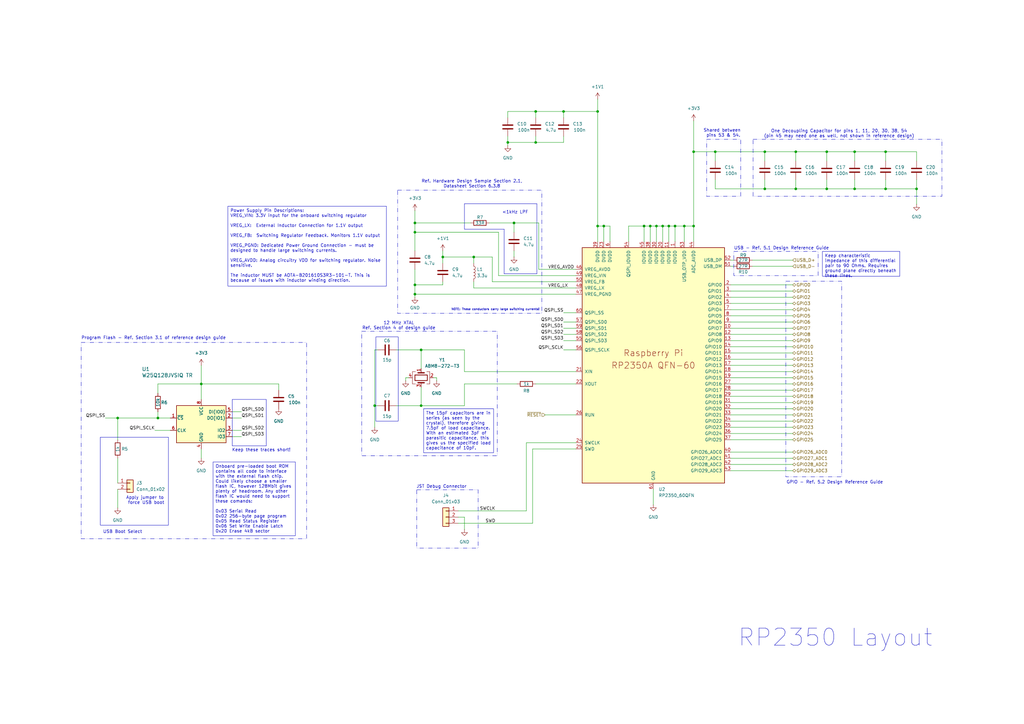
<source format=kicad_sch>
(kicad_sch (version 20250114) (generator "eeschema") (generator_version "9.0")
  (paper "A3")
  (title_block (title "LoRa Water Quality Management System Sensor Node"))
  (lib_symbols
    (symbol "Connector_Generic:Conn_01x02" (pin_names (offset 1.016) (hide yes))
      (property "Reference" "J" (at 0 2.54 0))
      (property "Value" "Conn_01x02" (at 0 -5.08 0))
      (symbol "Conn_01x02_1_1"
        (rectangle (start -1.27 1.27) (end 1.27 -3.81) (stroke (width 0.254)) (fill (type background)))
        (rectangle (start -1.27 0.127) (end 0 -0.127) (stroke (width 0.1524)))
        (rectangle (start -1.27 -2.413) (end 0 -2.667) (stroke (width 0.1524)))
        (pin passive line (at -5.08 0 0) (length 3.81) (name "Pin_1") (number "1"))
        (pin passive line (at -5.08 -2.54 0) (length 3.81) (name "Pin_2") (number "2"))
      )
    )
    (symbol "Connector_Generic:Conn_01x03" (pin_names (offset 1.016) (hide yes))
      (property "Reference" "J" (at 0 5.08 0))
      (property "Value" "Conn_01x03" (at 0 -5.08 0))
      (symbol "Conn_01x03_1_1"
        (rectangle (start -1.27 3.81) (end 1.27 -3.81) (stroke (width 0.254)) (fill (type background)))
        (rectangle (start -1.27 2.667) (end 0 2.413) (stroke (width 0.1524)))
        (rectangle (start -1.27 0.127) (end 0 -0.127) (stroke (width 0.1524)))
        (rectangle (start -1.27 -2.413) (end 0 -2.667) (stroke (width 0.1524)))
        (pin passive line (at -5.08 2.54 0) (length 3.81) (name "Pin_1") (number "1"))
        (pin passive line (at -5.08 0 0) (length 3.81) (name "Pin_2") (number "2"))
        (pin passive line (at -5.08 -2.54 0) (length 3.81) (name "Pin_3") (number "3"))
      )
    )
    (symbol "Device:C" (pin_numbers (hide yes)) (pin_names (offset 0.254))
      (property "Reference" "C" (at 0.635 2.54 0))
      (property "Value" "C" (at 0.635 -2.54 0))
      (symbol "C_0_1"
        (polyline (pts (xy -2.032 0.762) (xy 2.032 0.762)) (stroke (width 0.508)))
        (polyline (pts (xy -2.032 -0.762) (xy 2.032 -0.762)) (stroke (width 0.508)))
      )
      (symbol "C_1_1"
        (pin passive line (at 0 3.81 270) (length 2.794) (name "~") (number "1"))
        (pin passive line (at 0 -3.81 90) (length 2.794) (name "~") (number "2"))
      )
    )
    (symbol "Device:Crystal_GND24" (pin_names (offset 1.016) (hide yes))
      (property "Reference" "Y" (at 3.175 5.08 0))
      (property "Value" "Crystal_GND24" (at 3.175 3.175 0))
      (symbol "Crystal_GND24_0_1"
        (polyline (pts (xy -2.54 2.286) (xy -2.54 3.556) (xy 2.54 3.556) (xy 2.54 2.286)))
        (polyline (pts (xy -2.54 0) (xy -2.032 0)))
        (polyline (pts (xy -2.54 -2.286) (xy -2.54 -3.556) (xy 2.54 -3.556) (xy 2.54 -2.286)))
        (polyline (pts (xy -2.032 -1.27) (xy -2.032 1.27)) (stroke (width 0.508)))
        (rectangle (start -1.143 2.54) (end 1.143 -2.54) (stroke (width 0.3048)))
        (polyline (pts (xy 0 3.556) (xy 0 3.81)))
        (polyline (pts (xy 0 -3.81) (xy 0 -3.556)))
        (polyline (pts (xy 2.032 0) (xy 2.54 0)))
        (polyline (pts (xy 2.032 -1.27) (xy 2.032 1.27)) (stroke (width 0.508)))
      )
      (symbol "Crystal_GND24_1_1"
        (pin passive line (at -3.81 0 0) (length 1.27) (name "1") (number "1"))
        (pin passive line (at 0 5.08 270) (length 1.27) (name "2") (number "2"))
        (pin passive line (at 0 -5.08 90) (length 1.27) (name "4") (number "4"))
        (pin passive line (at 3.81 0 180) (length 1.27) (name "3") (number "3"))
      )
    )
    (symbol "Device:L" (pin_numbers (hide yes)) (pin_names (offset 1.016) (hide yes))
      (property "Reference" "L" (at -1.27 0 90))
      (property "Value" "L" (at 1.905 0 90))
      (symbol "L_0_1"
        (arc (start 0 2.54) (mid 0.6323 1.905) (end 0 1.27))
        (arc (start 0 1.27) (mid 0.6323 0.635) (end 0 0))
        (arc (start 0 0) (mid 0.6323 -0.635) (end 0 -1.27))
        (arc (start 0 -1.27) (mid 0.6323 -1.905) (end 0 -2.54))
      )
      (symbol "L_1_1"
        (pin passive line (at 0 3.81 270) (length 1.27) (name "1") (number "1"))
        (pin passive line (at 0 -3.81 90) (length 1.27) (name "2") (number "2"))
      )
    )
    (symbol "Device:R" (pin_numbers (hide yes)) (pin_names (offset 0))
      (property "Reference" "R" (at 2.032 0 90))
      (property "Value" "R" (at 0 0 90))
      (symbol "R_0_1"
        (rectangle (start -1.016 -2.54) (end 1.016 2.54) (stroke (width 0.254)))
      )
      (symbol "R_1_1"
        (pin passive line (at 0 3.81 270) (length 1.27) (name "~") (number "1"))
        (pin passive line (at 0 -3.81 90) (length 1.27) (name "~") (number "2"))
      )
    )
    (symbol "LoRaWaterQualityManagementSystem:RP2350_60QFN" (pin_names (offset 1.016))
      (property "Reference" "U" (at -29.21 49.53 0))
      (property "Value" "RP2350_60QFN" (at 24.13 -49.53 0))
      (symbol "RP2350_60QFN_0_0"
        (text "Raspberry Pi" (at 0 5.08 0) (effects (font (size 2.54 2.54))))
      )
      (symbol "RP2350_60QFN_0_1"
        (rectangle (start 29.21 48.26) (end -29.21 -48.26) (stroke (width 0.254)) (fill (type background)))
      )
      (symbol "RP2350_60QFN_1_0"
        (text "RP2350A QFN-60" (at 0 0 0) (effects (font (size 2.54 2.54))))
      )
      (symbol "RP2350_60QFN_1_1"
        (pin power_in line (at -31.75 39.37 0) (length 2.54) (name "VREG_AVDD") (number "46"))
        (pin power_in line (at -31.75 36.83 0) (length 2.54) (name "VREG_VIN") (number "49"))
        (pin input line (at -31.75 34.29 0) (length 2.54) (name "VREG_FB") (number "50"))
        (pin power_out line (at -31.75 31.75 0) (length 2.54) (name "VREG_LX") (number "48"))
        (pin power_in line (at -31.75 29.21 0) (length 2.54) (name "VREG_PGND") (number "47"))
        (pin bidirectional line (at -31.75 21.59 0) (length 2.54) (name "QSPI_SS") (number "60"))
        (pin bidirectional line (at -31.75 17.78 0) (length 2.54) (name "QSPI_SD0") (number "57"))
        (pin bidirectional line (at -31.75 15.24 0) (length 2.54) (name "QSPI_SD1") (number "59"))
        (pin bidirectional line (at -31.75 12.7 0) (length 2.54) (name "QSPI_SD2") (number "58"))
        (pin bidirectional line (at -31.75 10.16 0) (length 2.54) (name "QSPI_SD3") (number "55"))
        (pin output line (at -31.75 6.35 0) (length 2.54) (name "QSPI_SCLK") (number "56"))
        (pin input line (at -31.75 -2.54 0) (length 2.54) (name "XIN") (number "21"))
        (pin passive line (at -31.75 -7.62 0) (length 2.54) (name "XOUT") (number "22"))
        (pin input line (at -31.75 -20.32 0) (length 2.54) (name "RUN") (number "26"))
        (pin output line (at -31.75 -31.75 0) (length 2.54) (name "SWCLK") (number "24"))
        (pin bidirectional line (at -31.75 -34.29 0) (length 2.54) (name "SWD") (number "25"))
        (pin power_in line (at -22.86 50.8 270) (length 2.54) (name "DVDD") (number "39"))
        (pin power_in line (at -20.32 50.8 270) (length 2.54) (name "DVDD") (number "23"))
        (pin power_in line (at -17.78 50.8 270) (length 2.54) (name "DVDD") (number "6"))
        (pin power_in line (at -10.16 50.8 270) (length 2.54) (name "QSPI_IOVDD") (number "54"))
        (pin power_in line (at -3.81 50.8 270) (length 2.54) (name "IOVDD") (number "45"))
        (pin power_in line (at -1.27 50.8 270) (length 2.54) (name "IOVDD") (number "38"))
        (pin power_in line (at 0 -50.8 90) (length 2.54) (name "GND") (number "61"))
        (pin power_in line (at 1.27 50.8 270) (length 2.54) (name "IOVDD") (number "30"))
        (pin power_in line (at 3.81 50.8 270) (length 2.54) (name "IOVDD") (number "20"))
        (pin power_in line (at 6.35 50.8 270) (length 2.54) (name "IOVDD") (number "11"))
        (pin power_in line (at 8.89 50.8 270) (length 2.54) (name "IOVDD") (number "1"))
        (pin power_in line (at 12.7 50.8 270) (length 2.54) (name "USB_OTP_VDD") (number "53"))
        (pin power_in line (at 16.51 50.8 270) (length 2.54) (name "ADC_AVDD") (number "44"))
        (pin bidirectional line (at 31.75 43.18 180) (length 2.54) (name "USB_DP") (number "52"))
        (pin bidirectional line (at 31.75 40.64 180) (length 2.54) (name "USB_DM") (number "51"))
        (pin bidirectional line (at 31.75 33.02 180) (length 2.54) (name "GPIO0") (number "2"))
        (pin bidirectional line (at 31.75 30.48 180) (length 2.54) (name "GPIO1") (number "3"))
        (pin bidirectional line (at 31.75 27.94 180) (length 2.54) (name "GPIO2") (number "4"))
        (pin bidirectional line (at 31.75 25.4 180) (length 2.54) (name "GPIO3") (number "5"))
        (pin bidirectional line (at 31.75 22.86 180) (length 2.54) (name "GPIO4") (number "7"))
        (pin bidirectional line (at 31.75 20.32 180) (length 2.54) (name "GPIO5") (number "8"))
        (pin bidirectional line (at 31.75 17.78 180) (length 2.54) (name "GPIO6") (number "9"))
        (pin bidirectional line (at 31.75 15.24 180) (length 2.54) (name "GPIO7") (number "10"))
        (pin bidirectional line (at 31.75 12.7 180) (length 2.54) (name "GPIO8") (number "12"))
        (pin bidirectional line (at 31.75 10.16 180) (length 2.54) (name "GPIO9") (number "13"))
        (pin bidirectional line (at 31.75 7.62 180) (length 2.54) (name "GPIO10") (number "14"))
        (pin bidirectional line (at 31.75 5.08 180) (length 2.54) (name "GPIO11") (number "15"))
        (pin bidirectional line (at 31.75 2.54 180) (length 2.54) (name "GPIO12") (number "16"))
        (pin bidirectional line (at 31.75 0 180) (length 2.54) (name "GPIO13") (number "17"))
        (pin bidirectional line (at 31.75 -2.54 180) (length 2.54) (name "GPIO14") (number "18"))
        (pin bidirectional line (at 31.75 -5.08 180) (length 2.54) (name "GPIO15") (number "19"))
        (pin bidirectional line (at 31.75 -7.62 180) (length 2.54) (name "GPIO16") (number "27"))
        (pin bidirectional line (at 31.75 -10.16 180) (length 2.54) (name "GPIO17") (number "28"))
        (pin bidirectional line (at 31.75 -12.7 180) (length 2.54) (name "GPIO18") (number "29"))
        (pin bidirectional line (at 31.75 -15.24 180) (length 2.54) (name "GPIO19") (number "31"))
        (pin bidirectional line (at 31.75 -17.78 180) (length 2.54) (name "GPIO20") (number "32"))
        (pin bidirectional line (at 31.75 -20.32 180) (length 2.54) (name "GPIO21") (number "33"))
        (pin bidirectional line (at 31.75 -22.86 180) (length 2.54) (name "GPIO22") (number "34"))
        (pin bidirectional line (at 31.75 -25.4 180) (length 2.54) (name "GPIO23") (number "35"))
        (pin bidirectional line (at 31.75 -27.94 180) (length 2.54) (name "GPIO24") (number "36"))
        (pin bidirectional line (at 31.75 -30.48 180) (length 2.54) (name "GPIO25") (number "37"))
        (pin bidirectional line (at 31.75 -35.56 180) (length 2.54) (name "GPIO26_ADC0") (number "40"))
        (pin bidirectional line (at 31.75 -38.1 180) (length 2.54) (name "GPIO27_ADC1") (number "41"))
        (pin bidirectional line (at 31.75 -40.64 180) (length 2.54) (name "GPIO28_ADC2") (number "42"))
        (pin bidirectional line (at 31.75 -43.18 180) (length 2.54) (name "GPIO29_ADC3") (number "43"))
      )
    )
    (symbol "LoRaWaterQualityManagementSystem:W25Q128JVSIQ_TR" (pin_names (offset 0.254))
      (property "Reference" "U" (at 37.592 3.302 0))
      (property "Value" "W25Q128JVSIQ TR" (at 37.592 0.762 0))
      (symbol "W25Q128JVSIQ_TR_0_1"
        (rectangle (start 15.24 -1.27) (end 35.56 -16.51) (stroke (width 0.254)) (fill (type background)))
      )
      (symbol "W25Q128JVSIQ_TR_1_1"
        (pin input line (at 12.7 -6.35 0) (length 2.54) (name "~{CS}") (number "1"))
        (pin input line (at 12.7 -11.43 0) (length 2.54) (name "CLK") (number "6"))
        (pin power_in line (at 25.4 1.27 270) (length 2.54) (name "VCC") (number "8"))
        (pin power_in line (at 25.4 -19.05 90) (length 2.54) (name "GND") (number "4"))
        (pin bidirectional line (at 38.1 -3.81 180) (length 2.54) (name "DI(IO0)") (number "5"))
        (pin bidirectional line (at 38.1 -6.35 180) (length 2.54) (name "DO(IO1)") (number "2"))
        (pin bidirectional line (at 38.1 -11.43 180) (length 2.54) (name "IO2") (number "3"))
        (pin bidirectional line (at 38.1 -13.97 180) (length 2.54) (name "IO3") (number "7"))
      )
    )
    (symbol "power:+1V1" (power) (pin_numbers (hide yes)) (pin_names (offset 0) (hide yes))
      (property "Value" "+1V1" (at 0 3.556 0))
      (symbol "+1V1_0_1"
        (polyline (pts (xy -0.762 1.27) (xy 0 2.54)))
        (polyline (pts (xy 0 2.54) (xy 0.762 1.27)))
        (polyline (pts (xy 0 0) (xy 0 2.54)))
      )
      (symbol "+1V1_1_1"
        (pin power_in line (at 0 0 90) (length 0) (name "~") (number "1"))
      )
    )
    (symbol "power:+3V3" (power) (pin_numbers (hide yes)) (pin_names (offset 0) (hide yes))
      (property "Value" "+3V3" (at 0 3.556 0))
      (symbol "+3V3_0_1"
        (polyline (pts (xy -0.762 1.27) (xy 0 2.54)))
        (polyline (pts (xy 0 2.54) (xy 0.762 1.27)))
        (polyline (pts (xy 0 0) (xy 0 2.54)))
      )
      (symbol "+3V3_1_1"
        (pin power_in line (at 0 0 90) (length 0) (name "~") (number "1"))
      )
    )
    (symbol "power:GND" (power) (pin_numbers (hide yes)) (pin_names (offset 0) (hide yes))
      (property "Value" "GND" (at 0 -3.81 0))
      (symbol "GND_0_1"
        (polyline (pts (xy 0 0) (xy 0 -1.27) (xy 1.27 -1.27) (xy 0 -2.54) (xy -1.27 -1.27) (xy 0 -1.27)))
      )
      (symbol "GND_1_1"
        (pin power_in line (at 0 0 270) (length 0) (name "~") (number "1"))
      )
    )
  )
  (rectangle (start 170.942 200.914) (end 196.088 224.79) (stroke (width 0) (type dash_dot_dot)))
  (rectangle (start 322.326 115.316) (end 345.186 195.58) (stroke (width 0) (type dash_dot_dot)))
  (rectangle (start 308.864 57.15) (end 386.334 80.518) (stroke (width 0) (type dash_dot_dot)))
  (rectangle (start 163.068 77.978) (end 222.25 128.524) (stroke (width 0) (type dash_dot_dot)))
  (rectangle (start 289.814 57.15) (end 303.784 80.518) (stroke (width 0) (type dash_dot_dot)))
  (rectangle (start 95.25 163.83) (end 109.22 182.88))
  (rectangle (start 148.336 135.89) (end 203.962 186.944) (stroke (width 0) (type dash_dot_dot)))
  (rectangle (start 33.274 140.462) (end 125.73 220.98) (stroke (width 0) (type dash_dot_dot)))
  (rectangle (start 41.148 179.324) (end 69.088 215.392))
  (rectangle (start 154.178 138.176) (end 163.322 172.72))
  (rectangle (start 300.99 103.124) (end 335.534 113.03) (stroke (width 0) (type dash_dot_dot)))
  (text "JST Debug Connector" (at 181.102 199.644 0) (effects (font (size 1.27 1.27))))
  (text "USB - Ref. 5.1 Design Reference Guide" (at 320.548 101.854 0) (effects (font (size 1.27 1.27))))
  (text "NOTE: These conductors carry large switching currents!" (at 203.2 127 0) (effects (font (size 0.85 0.85))))
  (text "Apply jumper to \nforce USB boot" (at 59.944 205.232 0) (effects (font (size 1.27 1.27))))
  (text "Ref. Hardware Design Sample Section 2.1,\nDatasheet Section 6.3.8" (at 193.548 75.438 0) (effects (font (size 1.27 1.27))))
  (text "RP2350 Layout" (at 342.646 261.62 0) (effects (font (size 7 7))))
  (text "Shared between \npins 53 & 54." (at 296.672 54.61 0) (effects (font (size 1.27 1.27))))
  (text "Keep these traces short!" (at 107.188 184.658 0) (effects (font (size 1.27 1.27))))
  (text "Program Flash - Ref. Section 3.1 of reference design guide" (at 62.992 138.684 0) (effects (font (size 1.27 1.27))))
  (text "<1kHz LPF" (at 211.328 87.122 0) (effects (font (size 1.27 1.27))))
  (text "12 MHz XTAL\nRef. Section 4 of design guide" (at 163.576 133.604 0) (effects (font (size 1.27 1.27))))
  (text "GPIO - Ref. 5.2 Design Reference Guide" (at 342.392 197.866 0) (effects (font (size 1.27 1.27))))
  (text "One Decoupling Capacitor for pins 1, 11, 20, 30, 38, 54\n(pin 45 may need one as well, not shown in reference design)" (at 344.17 54.864 0) (effects (font (size 1.27 1.27))))
  (text "USB Boot Select" (at 50.292 218.186 0) (effects (font (size 1.27 1.27))))
  (text_box "The 15pF capacitors are in series (as seen by the crystal), therefore giving 7.5pF of load capacitance. With an estimated 3pF of parasitic capacitance, this gives us the specified load capacitance of 10pF." (at 173.736 167.64 0) (size 28.702 18.034) (margins 0.9525 0.9525 0.9525 0.9525) (effects (font (size 1.27 1.27)) (justify left top)))
  (text_box "Onboard pre-loaded boot ROM contains all code to interface with the external flash chip. Could likely choose a smaller flash IC, however 128Mbit gives plenty of headroom. Any other flash IC would need to support these comands:\n\n0x03 Serial Read\n0x02 256-byte page program\n0x05 Read Status Register\n0x06 Set Write Enable Latch\n0x20 Erase 4kB sector" (at 87.376 189.484 0) (size 33.782 30.226) (margins 0.9525 0.9525 0.9525 0.9525) (effects (font (size 1.27 1.27)) (justify left top)))
  (text_box "Keep characteristic impedance of this differential pair to 90 Ohms. Requires ground plane directly beneath these lines." (at 337.312 103.124 0) (size 31.75 10.16) (margins 0.9525 0.9525 0.9525 0.9525) (effects (font (size 1.27 1.27)) (justify left top)))
  (text_box "Power Supply Pin Descriptions:\nVREG_VIN: 3.3V input for the onboard switching regulator\n\nVREG_LX:  External Inductor Connection for 1.1V output\n\nVREG_FB:  Switching Regulator Feedback. Monitors 1.1V output\n\nVREG_PGND: Dedicated Power Ground Connection - must be designed to handle large switching currents.\n\nVREG_AVDD: Analog circuitry VDD for switching regulator. Noise sensitive.\n\nThe inductor MUST be AOTA-B201610S3R3-101-T. This is because of issues with inductor winding direction." (at 93.472 84.582 0) (size 65.024 32.766) (margins 0.9525 0.9525 0.9525 0.9525) (effects (font (size 1.27 1.27)) (justify left top)))
  (junction (at 274.32 92.71))
  (junction (at 153.67 166.37))
  (junction (at 271.78 92.71))
  (junction (at 266.7 92.71))
  (junction (at 245.11 45.72))
  (junction (at 339.09 77.47))
  (junction (at 170.18 95.25))
  (junction (at 170.18 116.84))
  (junction (at 172.72 143.51))
  (junction (at 363.22 77.47))
  (junction (at 293.37 62.23))
  (junction (at 280.67 92.71))
  (junction (at 172.72 166.37))
  (junction (at 170.18 91.44))
  (junction (at 284.48 62.23))
  (junction (at 269.24 92.71))
  (junction (at 245.11 92.71))
  (junction (at 284.48 92.71))
  (junction (at 64.77 171.45))
  (junction (at 181.61 105.41))
  (junction (at 363.22 62.23))
  (junction (at 247.65 92.71))
  (junction (at 219.71 58.42))
  (junction (at 313.69 77.47))
  (junction (at 208.28 58.42))
  (junction (at 231.14 45.72))
  (junction (at 276.86 92.71))
  (junction (at 264.16 92.71))
  (junction (at 339.09 62.23))
  (junction (at 350.52 62.23))
  (junction (at 210.82 91.44))
  (junction (at 326.39 77.47))
  (junction (at 82.55 157.48))
  (junction (at 326.39 62.23))
  (junction (at 48.26 171.45))
  (junction (at 313.69 62.23))
  (junction (at 219.71 45.72))
  (junction (at 194.31 105.41))
  (junction (at 170.18 120.65))
  (junction (at 350.52 77.47))
  (junction (at 375.92 77.47))
  (wire (pts (xy 284.48 62.23) (xy 293.37 62.23)))
  (wire (pts (xy 325.12 175.26) (xy 299.72 175.26)))
  (wire (pts (xy 194.31 115.57) (xy 194.31 118.11)))
  (wire (pts (xy 313.69 73.66) (xy 313.69 77.47)))
  (wire (pts (xy 201.93 105.41) (xy 201.93 115.57)))
  (wire (pts (xy 99.06 171.45) (xy 95.25 171.45)))
  (wire (pts (xy 276.86 92.71) (xy 280.67 92.71)))
  (wire (pts (xy 154.94 143.51) (xy 153.67 143.51)))
  (wire (pts (xy 231.14 45.72) (xy 245.11 45.72)))
  (wire (pts (xy 363.22 66.04) (xy 363.22 62.23)))
  (wire (pts (xy 274.32 92.71) (xy 274.32 99.06)))
  (wire (pts (xy 208.28 48.26) (xy 208.28 45.72)))
  (wire (pts (xy 271.78 92.71) (xy 271.78 99.06)))
  (wire (pts (xy 325.12 187.96) (xy 299.72 187.96)))
  (wire (pts (xy 190.5 152.4) (xy 190.5 143.51)))
  (wire (pts (xy 247.65 92.71) (xy 245.11 92.71)))
  (wire (pts (xy 339.09 66.04) (xy 339.09 62.23)))
  (wire (pts (xy 313.69 66.04) (xy 313.69 62.23)))
  (wire (pts (xy 313.69 77.47) (xy 326.39 77.47)))
  (wire (pts (xy 204.47 95.25) (xy 170.18 95.25)))
  (wire (pts (xy 219.71 55.88) (xy 219.71 58.42)))
  (wire (pts (xy 170.18 91.44) (xy 193.04 91.44)))
  (wire (pts (xy 170.18 120.65) (xy 170.18 121.92)))
  (wire (pts (xy 181.61 107.95) (xy 181.61 105.41)))
  (wire (pts (xy 194.31 118.11) (xy 236.22 118.11)))
  (polyline (pts (xy 190.5 83.566) (xy 220.218 83.566)))
  (wire (pts (xy 350.52 66.04) (xy 350.52 62.23)))
  (wire (pts (xy 215.9 181.61) (xy 236.22 181.61)))
  (polyline (pts (xy 206.756 112.268) (xy 206.756 93.98)))
  (wire (pts (xy 326.39 77.47) (xy 339.09 77.47)))
  (wire (pts (xy 284.48 62.23) (xy 284.48 92.71)))
  (wire (pts (xy 293.37 66.04) (xy 293.37 62.23)))
  (wire (pts (xy 350.52 62.23) (xy 363.22 62.23)))
  (wire (pts (xy 231.14 143.51) (xy 236.22 143.51)))
  (wire (pts (xy 219.71 45.72) (xy 219.71 48.26)))
  (wire (pts (xy 326.39 73.66) (xy 326.39 77.47)))
  (wire (pts (xy 269.24 92.71) (xy 271.78 92.71)))
  (wire (pts (xy 247.65 92.71) (xy 247.65 99.06)))
  (wire (pts (xy 280.67 92.71) (xy 284.48 92.71)))
  (wire (pts (xy 245.11 92.71) (xy 245.11 99.06)))
  (polyline (pts (xy 220.218 83.566) (xy 220.218 112.268)))
  (wire (pts (xy 190.5 157.48) (xy 212.09 157.48)))
  (wire (pts (xy 220.98 91.44) (xy 210.82 91.44)))
  (wire (pts (xy 350.52 73.66) (xy 350.52 77.47)))
  (wire (pts (xy 375.92 83.82) (xy 375.92 77.47)))
  (wire (pts (xy 64.77 168.91) (xy 64.77 171.45)))
  (wire (pts (xy 363.22 73.66) (xy 363.22 77.47)))
  (wire (pts (xy 181.61 105.41) (xy 194.31 105.41)))
  (wire (pts (xy 210.82 102.87) (xy 210.82 105.41)))
  (wire (pts (xy 293.37 62.23) (xy 313.69 62.23)))
  (wire (pts (xy 325.12 157.48) (xy 299.72 157.48)))
  (wire (pts (xy 325.12 127) (xy 299.72 127)))
  (wire (pts (xy 204.47 113.03) (xy 236.22 113.03)))
  (wire (pts (xy 325.12 170.18) (xy 299.72 170.18)))
  (wire (pts (xy 231.14 128.27) (xy 236.22 128.27)))
  (wire (pts (xy 204.47 113.03) (xy 204.47 95.25)))
  (wire (pts (xy 200.66 91.44) (xy 210.82 91.44)))
  (wire (pts (xy 114.3 157.48) (xy 82.55 157.48)))
  (wire (pts (xy 64.77 157.48) (xy 82.55 157.48)))
  (wire (pts (xy 170.18 116.84) (xy 170.18 120.65)))
  (wire (pts (xy 325.12 124.46) (xy 299.72 124.46)))
  (wire (pts (xy 325.12 160.02) (xy 299.72 160.02)))
  (wire (pts (xy 325.12 137.16) (xy 299.72 137.16)))
  (wire (pts (xy 114.3 160.02) (xy 114.3 157.48)))
  (wire (pts (xy 153.67 166.37) (xy 153.67 175.26)))
  (wire (pts (xy 64.77 171.45) (xy 48.26 171.45)))
  (wire (pts (xy 208.28 45.72) (xy 219.71 45.72)))
  (wire (pts (xy 153.67 166.37) (xy 154.94 166.37)))
  (wire (pts (xy 284.48 92.71) (xy 284.48 99.06)))
  (wire (pts (xy 299.72 106.68) (xy 300.99 106.68)))
  (wire (pts (xy 172.72 143.51) (xy 172.72 151.13)))
  (wire (pts (xy 326.39 62.23) (xy 339.09 62.23)))
  (wire (pts (xy 269.24 92.71) (xy 269.24 99.06)))
  (wire (pts (xy 264.16 92.71) (xy 266.7 92.71)))
  (wire (pts (xy 339.09 77.47) (xy 350.52 77.47)))
  (wire (pts (xy 179.07 154.94) (xy 177.8 154.94)))
  (wire (pts (xy 215.9 209.55) (xy 215.9 181.61)))
  (wire (pts (xy 43.18 171.45) (xy 48.26 171.45)))
  (wire (pts (xy 166.37 154.94) (xy 167.64 154.94)))
  (wire (pts (xy 82.55 149.86) (xy 82.55 157.48)))
  (wire (pts (xy 325.12 121.92) (xy 299.72 121.92)))
  (wire (pts (xy 172.72 158.75) (xy 172.72 166.37)))
  (wire (pts (xy 266.7 92.71) (xy 266.7 99.06)))
  (wire (pts (xy 223.52 170.18) (xy 236.22 170.18)))
  (wire (pts (xy 375.92 66.04) (xy 375.92 62.23)))
  (wire (pts (xy 284.48 49.53) (xy 284.48 62.23)))
  (wire (pts (xy 208.28 58.42) (xy 208.28 59.69)))
  (wire (pts (xy 325.12 172.72) (xy 299.72 172.72)))
  (wire (pts (xy 350.52 77.47) (xy 363.22 77.47)))
  (wire (pts (xy 266.7 92.71) (xy 269.24 92.71)))
  (wire (pts (xy 190.5 152.4) (xy 236.22 152.4)))
  (wire (pts (xy 325.12 132.08) (xy 299.72 132.08)))
  (wire (pts (xy 190.5 157.48) (xy 190.5 166.37)))
  (wire (pts (xy 48.26 200.66) (xy 48.26 208.28)))
  (wire (pts (xy 325.12 154.94) (xy 299.72 154.94)))
  (wire (pts (xy 375.92 73.66) (xy 375.92 77.47)))
  (wire (pts (xy 325.12 116.84) (xy 299.72 116.84)))
  (wire (pts (xy 218.44 214.63) (xy 187.96 214.63)))
  (wire (pts (xy 293.37 77.47) (xy 293.37 73.66)))
  (wire (pts (xy 325.12 106.68) (xy 308.61 106.68)))
  (wire (pts (xy 250.19 92.71) (xy 247.65 92.71)))
  (wire (pts (xy 153.67 143.51) (xy 153.67 166.37)))
  (wire (pts (xy 325.12 147.32) (xy 299.72 147.32)))
  (wire (pts (xy 325.12 193.04) (xy 299.72 193.04)))
  (wire (pts (xy 181.61 102.87) (xy 181.61 105.41)))
  (wire (pts (xy 172.72 166.37) (xy 190.5 166.37)))
  (wire (pts (xy 170.18 95.25) (xy 170.18 102.87)))
  (wire (pts (xy 325.12 109.22) (xy 308.61 109.22)))
  (wire (pts (xy 325.12 152.4) (xy 299.72 152.4)))
  (wire (pts (xy 82.55 184.15) (xy 82.55 187.96)))
  (wire (pts (xy 99.06 168.91) (xy 95.25 168.91)))
  (polyline (pts (xy 220.218 112.268) (xy 206.756 112.268)))
  (wire (pts (xy 208.28 55.88) (xy 208.28 58.42)))
  (wire (pts (xy 48.26 187.96) (xy 48.26 198.12)))
  (wire (pts (xy 325.12 149.86) (xy 299.72 149.86)))
  (wire (pts (xy 220.98 110.49) (xy 220.98 91.44)))
  (wire (pts (xy 325.12 134.62) (xy 299.72 134.62)))
  (wire (pts (xy 201.93 115.57) (xy 236.22 115.57)))
  (wire (pts (xy 276.86 92.71) (xy 276.86 99.06)))
  (wire (pts (xy 82.55 157.48) (xy 82.55 163.83)))
  (wire (pts (xy 231.14 45.72) (xy 231.14 48.26)))
  (wire (pts (xy 172.72 143.51) (xy 190.5 143.51)))
  (wire (pts (xy 325.12 185.42) (xy 299.72 185.42)))
  (wire (pts (xy 325.12 129.54) (xy 299.72 129.54)))
  (wire (pts (xy 325.12 139.7) (xy 299.72 139.7)))
  (wire (pts (xy 245.11 40.64) (xy 245.11 45.72)))
  (wire (pts (xy 325.12 119.38) (xy 299.72 119.38)))
  (wire (pts (xy 170.18 116.84) (xy 181.61 116.84)))
  (wire (pts (xy 363.22 62.23) (xy 375.92 62.23)))
  (wire (pts (xy 162.56 166.37) (xy 172.72 166.37)))
  (wire (pts (xy 363.22 77.47) (xy 375.92 77.47)))
  (wire (pts (xy 257.81 99.06) (xy 257.81 92.71)))
  (wire (pts (xy 219.71 45.72) (xy 231.14 45.72)))
  (wire (pts (xy 187.96 212.09) (xy 190.5 212.09)))
  (wire (pts (xy 325.12 167.64) (xy 299.72 167.64)))
  (wire (pts (xy 325.12 144.78) (xy 299.72 144.78)))
  (wire (pts (xy 231.14 58.42) (xy 219.71 58.42)))
  (wire (pts (xy 250.19 92.71) (xy 250.19 99.06)))
  (wire (pts (xy 299.72 109.22) (xy 300.99 109.22)))
  (wire (pts (xy 325.12 177.8) (xy 299.72 177.8)))
  (wire (pts (xy 194.31 107.95) (xy 194.31 105.41)))
  (wire (pts (xy 280.67 92.71) (xy 280.67 99.06)))
  (wire (pts (xy 64.77 171.45) (xy 69.85 171.45)))
  (wire (pts (xy 257.81 92.71) (xy 264.16 92.71)))
  (wire (pts (xy 231.14 132.08) (xy 236.22 132.08)))
  (polyline (pts (xy 206.756 93.98) (xy 190.5 93.98)))
  (wire (pts (xy 271.78 92.71) (xy 274.32 92.71)))
  (wire (pts (xy 231.14 139.7) (xy 236.22 139.7)))
  (wire (pts (xy 325.12 165.1) (xy 299.72 165.1)))
  (wire (pts (xy 219.71 157.48) (xy 236.22 157.48)))
  (wire (pts (xy 267.97 200.66) (xy 267.97 207.01)))
  (wire (pts (xy 170.18 86.36) (xy 170.18 91.44)))
  (wire (pts (xy 162.56 143.51) (xy 172.72 143.51)))
  (wire (pts (xy 99.06 179.07) (xy 95.25 179.07)))
  (wire (pts (xy 325.12 142.24) (xy 299.72 142.24)))
  (wire (pts (xy 170.18 120.65) (xy 236.22 120.65)))
  (polyline (pts (xy 190.5 93.98) (xy 190.5 83.566)))
  (wire (pts (xy 293.37 77.47) (xy 313.69 77.47)))
  (wire (pts (xy 313.69 62.23) (xy 326.39 62.23)))
  (wire (pts (xy 181.61 116.84) (xy 181.61 115.57)))
  (wire (pts (xy 63.5 176.53) (xy 69.85 176.53)))
  (wire (pts (xy 325.12 190.5) (xy 299.72 190.5)))
  (wire (pts (xy 194.31 105.41) (xy 201.93 105.41)))
  (wire (pts (xy 190.5 212.09) (xy 190.5 217.17)))
  (wire (pts (xy 231.14 137.16) (xy 236.22 137.16)))
  (wire (pts (xy 339.09 62.23) (xy 350.52 62.23)))
  (wire (pts (xy 187.96 209.55) (xy 215.9 209.55)))
  (wire (pts (xy 264.16 99.06) (xy 264.16 92.71)))
  (wire (pts (xy 245.11 45.72) (xy 245.11 92.71)))
  (wire (pts (xy 219.71 58.42) (xy 208.28 58.42)))
  (wire (pts (xy 326.39 66.04) (xy 326.39 62.23)))
  (wire (pts (xy 179.07 156.21) (xy 179.07 154.94)))
  (wire (pts (xy 231.14 55.88) (xy 231.14 58.42)))
  (wire (pts (xy 325.12 162.56) (xy 299.72 162.56)))
  (wire (pts (xy 325.12 180.34) (xy 299.72 180.34)))
  (wire (pts (xy 170.18 91.44) (xy 170.18 95.25)))
  (wire (pts (xy 218.44 184.15) (xy 218.44 214.63)))
  (wire (pts (xy 220.98 110.49) (xy 236.22 110.49)))
  (wire (pts (xy 64.77 161.29) (xy 64.77 157.48)))
  (wire (pts (xy 218.44 184.15) (xy 236.22 184.15)))
  (wire (pts (xy 339.09 73.66) (xy 339.09 77.47)))
  (wire (pts (xy 166.37 156.21) (xy 166.37 154.94)))
  (wire (pts (xy 99.06 176.53) (xy 95.25 176.53)))
  (wire (pts (xy 210.82 91.44) (xy 210.82 95.25)))
  (wire (pts (xy 170.18 110.49) (xy 170.18 116.84)))
  (wire (pts (xy 231.14 134.62) (xy 236.22 134.62)))
  (wire (pts (xy 48.26 171.45) (xy 48.26 180.34)))
  (wire (pts (xy 274.32 92.71) (xy 276.86 92.71)))
  (label "QSPI_SD1" (at 99.06 171.45 0))
  (label "SWCLK" (at 203.2 209.55 180))
  (label "VREG_AVDD" (at 224.79 110.49 0))
  (label "QSPI_SD0" (at 99.06 168.91 0))
  (label "QSPI_SCLK" (at 63.5 176.53 180))
  (label "QSPI_SS" (at 231.14 128.27 180))
  (label "QSPI_SD1" (at 231.14 134.62 180))
  (label "QSPI_SD3" (at 99.06 179.07 0))
  (label "QSPI_SD0" (at 231.14 132.08 180))
  (label "QSPI_SD2" (at 231.14 137.16 180))
  (label "QSPI_SD3" (at 231.14 139.7 180))
  (label "SWD" (at 203.2 214.63 180))
  (label "QSPI_SS" (at 43.18 171.45 180))
  (label "QSPI_SD2" (at 99.06 176.53 0))
  (label "QSPI_SCLK" (at 231.14 143.51 180))
  (label "VREG_LX" (at 224.79 118.11 0))
  (hierarchical_label "GPIO27_ADC1" (shape bidirectional) (at 325.12 187.96 0))
  (hierarchical_label "GPIO18" (shape bidirectional) (at 325.12 162.56 0))
  (hierarchical_label "GPIO8" (shape bidirectional) (at 325.12 137.16 0))
  (hierarchical_label "GPIO3" (shape bidirectional) (at 325.12 124.46 0))
  (hierarchical_label "GPIO6" (shape bidirectional) (at 325.12 132.08 0))
  (hierarchical_label "~{RESET}" (shape input) (at 223.52 170.18 180))
  (hierarchical_label "GPIO24" (shape bidirectional) (at 325.12 177.8 0))
  (hierarchical_label "GPIO19" (shape bidirectional) (at 325.12 165.1 0))
  (hierarchical_label "GPIO10" (shape bidirectional) (at 325.12 142.24 0))
  (hierarchical_label "GPIO26_ADC0" (shape bidirectional) (at 325.12 185.42 0))
  (hierarchical_label "GPIO13" (shape bidirectional) (at 325.12 149.86 0))
  (hierarchical_label "GPIO17" (shape bidirectional) (at 325.12 160.02 0))
  (hierarchical_label "GPIO16" (shape bidirectional) (at 325.12 157.48 0))
  (hierarchical_label "GPIO14" (shape bidirectional) (at 325.12 152.4 0))
  (hierarchical_label "GPIO4" (shape bidirectional) (at 325.12 127 0))
  (hierarchical_label "GPIO15" (shape bidirectional) (at 325.12 154.94 0))
  (hierarchical_label "USB_D+" (shape input) (at 325.12 106.68 0))
  (hierarchical_label "GPIO1" (shape bidirectional) (at 325.12 119.38 0))
  (hierarchical_label "GPIO29_ADC3" (shape bidirectional) (at 325.12 193.04 0))
  (hierarchical_label "GPIO7" (shape bidirectional) (at 325.12 134.62 0))
  (hierarchical_label "GPIO5" (shape bidirectional) (at 325.12 129.54 0))
  (hierarchical_label "USB_D-" (shape input) (at 325.12 109.22 0))
  (hierarchical_label "GPIO12" (shape bidirectional) (at 325.12 147.32 0))
  (hierarchical_label "GPIO11" (shape bidirectional) (at 325.12 144.78 0))
  (hierarchical_label "GPIO25" (shape bidirectional) (at 325.12 180.34 0))
  (hierarchical_label "GPIO22" (shape bidirectional) (at 325.12 172.72 0))
  (hierarchical_label "GPIO2" (shape bidirectional) (at 325.12 121.92 0))
  (hierarchical_label "GPIO20" (shape bidirectional) (at 325.12 167.64 0))
  (hierarchical_label "GPIO9" (shape bidirectional) (at 325.12 139.7 0))
  (hierarchical_label "GPIO0" (shape bidirectional) (at 325.12 116.84 0))
  (hierarchical_label "GPIO28_ADC2" (shape bidirectional) (at 325.12 190.5 0))
  (hierarchical_label "GPIO21" (shape bidirectional) (at 325.12 170.18 0))
  (hierarchical_label "GPIO23" (shape bidirectional) (at 325.12 175.26 0))
  (symbol (lib_id "Device:C") (at 170.18 106.68 0) (unit 1)
    (property "Reference" "C8" (at 173.99 105.4099 0) (effects (justify left)))
    (property "Value" "4.7u" (at 173.99 107.9499 0) (effects (justify left)))
    (property "Description" "Unpolarized capacitor" (effects (hide yes)))
  )
  (symbol (lib_id "power:GND") (at 190.5 217.17 0) (unit 1)
    (property "Reference" "#PWR017" (effects (hide yes)))
    (property "Value" "GND" (at 190.5 222.25 0))
    (property "Description" "Power symbol creates a global label with name \"GND\" , ground" (effects (hide yes)))
  )
  (symbol (lib_id "power:GND") (at 179.07 156.21 0) (unit 1)
    (property "Reference" "#PWR015" (effects (hide yes)))
    (property "Value" "GND" (at 179.07 161.29 0))
    (property "Description" "Power symbol creates a global label with name \"GND\" , ground" (effects (hide yes)))
  )
  (symbol (lib_id "Device:C") (at 375.92 69.85 0) (unit 1)
    (property "Reference" "C20" (at 379.73 68.5799 0) (effects (justify left)))
    (property "Value" "100n" (at 379.73 71.1199 0) (effects (justify left)))
    (property "Description" "Unpolarized capacitor" (effects (hide yes)))
  )
  (symbol (lib_id "Device:C") (at 350.52 69.85 0) (unit 1)
    (property "Reference" "C18" (at 354.33 68.5799 0) (effects (justify left)))
    (property "Value" "100n" (at 354.33 71.1199 0) (effects (justify left)))
    (property "Description" "Unpolarized capacitor" (effects (hide yes)))
  )
  (symbol (lib_id "Connector_Generic:Conn_01x02") (at 53.34 198.12 0) (unit 1)
    (property "Reference" "J3" (at 55.88 198.1199 0) (effects (justify left)))
    (property "Value" "Conn_01x02" (at 55.88 200.6599 0) (effects (justify left)))
    (property "Description" "Generic connector, single row, 01x02, script generated (kicad-library-utils/schlib/autogen/connector/)" (effects (hide yes)))
  )
  (symbol (lib_id "Device:C") (at 158.75 166.37 90) (unit 1)
    (property "Reference" "C7" (at 158.75 162.306 90))
    (property "Value" "15p" (at 158.75 170.688 90))
    (property "Description" "Unpolarized capacitor" (effects (hide yes)))
  )
  (symbol (lib_id "Device:C") (at 181.61 111.76 0) (unit 1)
    (property "Reference" "C9" (at 185.42 110.4899 0) (effects (justify left)))
    (property "Value" "4.7u" (at 185.42 113.0299 0) (effects (justify left)))
    (property "Description" "Unpolarized capacitor" (effects (hide yes)))
  )
  (symbol (lib_id "power:GND") (at 208.28 59.69 0) (unit 1)
    (property "Reference" "#PWR018" (effects (hide yes)))
    (property "Value" "GND" (at 208.28 64.77 0))
    (property "Description" "Power symbol creates a global label with name \"GND\" , ground" (effects (hide yes)))
  )
  (symbol (lib_id "power:GND") (at 82.55 187.96 0) (unit 1)
    (property "Reference" "#PWR09" (effects (hide yes)))
    (property "Value" "GND" (at 82.55 193.04 0))
    (property "Description" "Power symbol creates a global label with name \"GND\" , ground" (effects (hide yes)))
  )
  (symbol (lib_id "Device:C") (at 210.82 99.06 0) (unit 1)
    (property "Reference" "C11" (at 214.63 97.7899 0) (effects (justify left)))
    (property "Value" "4.7u" (at 214.63 100.3299 0) (effects (justify left)))
    (property "Description" "Unpolarized capacitor" (effects (hide yes)))
  )
  (symbol (lib_id "power:GND") (at 210.82 105.41 0) (unit 1)
    (property "Reference" "#PWR019" (effects (hide yes)))
    (property "Value" "GND" (at 210.82 110.49 0))
    (property "Description" "Power symbol creates a global label with name \"GND\" , ground" (effects (hide yes)))
  )
  (symbol (lib_id "power:GND") (at 375.92 83.82 0) (unit 1)
    (property "Reference" "#PWR023" (effects (hide yes)))
    (property "Value" "GND" (at 375.92 88.9 0))
    (property "Description" "Power symbol creates a global label with name \"GND\" , ground" (effects (hide yes)))
  )
  (symbol (lib_id "Device:C") (at 363.22 69.85 0) (unit 1)
    (property "Reference" "C19" (at 367.03 68.5799 0) (effects (justify left)))
    (property "Value" "100n" (at 367.03 71.1199 0) (effects (justify left)))
    (property "Description" "Unpolarized capacitor" (effects (hide yes)))
  )
  (symbol (lib_id "Device:C") (at 293.37 69.85 0) (unit 1)
    (property "Reference" "C14" (at 297.18 68.5799 0) (effects (justify left)))
    (property "Value" "100n" (at 297.434 71.12 0) (effects (justify left)))
    (property "Description" "Unpolarized capacitor" (effects (hide yes)))
  )
  (symbol (lib_id "Device:C") (at 326.39 69.85 0) (unit 1)
    (property "Reference" "C16" (at 330.2 68.5799 0) (effects (justify left)))
    (property "Value" "100n" (at 330.2 71.1199 0) (effects (justify left)))
    (property "Description" "Unpolarized capacitor" (effects (hide yes)))
  )
  (symbol (lib_id "power:+1V1") (at 245.11 40.64 0) (unit 1)
    (property "Reference" "#PWR020" (effects (hide yes)))
    (property "Value" "+1V1" (at 245.11 35.56 0))
    (property "Description" "Power symbol creates a global label with name \"+1V1\"" (effects (hide yes)))
  )
  (symbol (lib_id "power:GND") (at 170.18 121.92 0) (unit 1)
    (property "Reference" "#PWR014" (effects (hide yes)))
    (property "Value" "GND" (at 170.18 126.238 0))
    (property "Description" "Power symbol creates a global label with name \"GND\" , ground" (effects (hide yes)))
  )
  (symbol (lib_id "Device:C") (at 114.3 163.83 0) (unit 1)
    (property "Reference" "C5" (at 118.11 162.5599 0) (effects (justify left)))
    (property "Value" "100n" (at 118.364 165.1 0) (effects (justify left)))
    (property "Description" "Unpolarized capacitor" (effects (hide yes)))
  )
  (symbol (lib_id "power:GND") (at 166.37 156.21 0) (mirror y) (unit 1)
    (property "Reference" "#PWR012" (effects (hide yes)))
    (property "Value" "GND" (at 166.37 161.29 0))
    (property "Description" "Power symbol creates a global label with name \"GND\" , ground" (effects (hide yes)))
  )
  (symbol (lib_id "Device:C") (at 158.75 143.51 90) (unit 1)
    (property "Reference" "C6" (at 158.75 139.7 90))
    (property "Value" "15p" (at 158.75 147.574 90))
    (property "Description" "Unpolarized capacitor" (effects (hide yes)))
  )
  (symbol (lib_id "Device:R") (at 48.26 184.15 180) (unit 1)
    (property "Reference" "R5" (at 49.784 184.15 0) (effects (justify right)))
    (property "Value" "1k" (at 48.26 185.42 90) (effects (justify right)))
    (property "Description" "Resistor" (effects (hide yes)))
  )
  (symbol (lib_id "Device:C") (at 313.69 69.85 0) (unit 1)
    (property "Reference" "C15" (at 317.5 68.5799 0) (effects (justify left)))
    (property "Value" "100n" (at 317.5 71.1199 0) (effects (justify left)))
    (property "Description" "Unpolarized capacitor" (effects (hide yes)))
  )
  (symbol (lib_id "Device:L") (at 194.31 111.76 0) (unit 1)
    (property "Reference" "L1" (at 195.58 110.4899 0) (effects (justify left)))
    (property "Value" "3.3u" (at 195.58 113.0299 0) (effects (justify left)))
    (property "Description" "Inductor" (effects (hide yes)))
  )
  (symbol (lib_id "Device:R") (at 64.77 165.1 0) (unit 1)
    (property "Reference" "R6" (at 66.04 165.1 0) (effects (justify left)))
    (property "Value" "10k" (at 64.77 166.878 90) (effects (justify left)))
    (property "Description" "Resistor" (effects (hide yes)))
  )
  (symbol (lib_id "Device:C") (at 219.71 52.07 0) (unit 1)
    (property "Reference" "C12" (at 223.52 50.7999 0) (effects (justify left)))
    (property "Value" "4.7u" (at 223.774 53.34 0) (effects (justify left)))
    (property "Description" "Unpolarized capacitor" (effects (hide yes)))
  )
  (symbol (lib_id "power:GND") (at 48.26 208.28 0) (unit 1)
    (property "Reference" "#PWR07" (effects (hide yes)))
    (property "Value" "GND" (at 48.26 213.36 0))
    (property "Description" "Power symbol creates a global label with name \"GND\" , ground" (effects (hide yes)))
  )
  (symbol (lib_id "Device:C") (at 208.28 52.07 0) (unit 1)
    (property "Reference" "C10" (at 212.09 50.7999 0) (effects (justify left)))
    (property "Value" "100n" (at 212.344 53.34 0) (effects (justify left)))
    (property "Description" "Unpolarized capacitor" (effects (hide yes)))
  )
  (symbol (lib_id "Device:R") (at 304.8 109.22 90) (unit 1)
    (property "Reference" "R10" (at 304.8 111.506 90))
    (property "Value" "27R" (at 304.8 109.22 90))
    (property "Description" "Resistor" (effects (hide yes)))
  )
  (symbol (lib_id "Device:C") (at 231.14 52.07 0) (unit 1)
    (property "Reference" "C13" (at 234.95 50.7999 0) (effects (justify left)))
    (property "Value" "100n" (at 235.204 53.34 0) (effects (justify left)))
    (property "Description" "Unpolarized capacitor" (effects (hide yes)))
  )
  (symbol (lib_id "power:+3V3") (at 82.55 149.86 0) (unit 1)
    (property "Reference" "#PWR08" (effects (hide yes)))
    (property "Value" "+3V3" (at 82.55 144.78 0))
    (property "Description" "Power symbol creates a global label with name \"+3V3\"" (effects (hide yes)))
  )
  (symbol (lib_id "Device:R") (at 304.8 106.68 90) (unit 1)
    (property "Reference" "R9" (at 304.8 104.648 90))
    (property "Value" "27R" (at 304.8 106.68 90))
    (property "Description" "Resistor" (effects (hide yes)))
  )
  (symbol (lib_id "power:GND") (at 114.3 167.64 0) (unit 1)
    (property "Reference" "#PWR010" (effects (hide yes)))
    (property "Value" "GND" (at 114.3 172.72 0))
    (property "Description" "Power symbol creates a global label with name \"GND\" , ground" (effects (hide yes)))
  )
  (symbol (lib_id "power:+3V3") (at 284.48 49.53 0) (unit 1)
    (property "Reference" "#PWR022" (effects (hide yes)))
    (property "Value" "+3V3" (at 284.48 44.45 0))
    (property "Description" "Power symbol creates a global label with name \"+3V3\"" (effects (hide yes)))
  )
  (symbol (lib_id "Device:R") (at 196.85 91.44 90) (unit 1)
    (property "Reference" "R7" (at 196.85 89.154 90))
    (property "Value" "33R" (at 196.85 91.44 90))
    (property "Description" "Resistor" (effects (hide yes)))
  )
  (symbol (lib_id "LoRaWaterQualityManagementSystem:W25Q128JVSIQ_TR") (at 57.15 165.1 0) (unit 1)
    (property "Reference" "U1" (at 58.166 151.384 0) (effects (font (size 1.524 1.524)) (justify left)))
    (property "Value" "W25Q128JVSIQ TR" (at 58.166 153.924 0) (effects (font (size 1.524 1.524)) (justify left)))
    (property "Footprint" "SOIC_208MIL_WIN" (effects (hide yes)))
    (property "Datasheet" "kicad-embed://256_W25Q128JV.pdf" (effects (hide yes)))
  )
  (symbol (lib_id "Device:Crystal_GND24") (at 172.72 154.94 270) (unit 1)
    (property "Reference" "Y1" (at 181.356 147.574 90))
    (property "Value" "ABM8-272-T3" (at 181.356 150.114 90))
    (property "Description" "Four pin crystal, GND on pins 2 and 4" (effects (hide yes)))
  )
  (symbol (lib_id "power:GND") (at 267.97 207.01 0) (unit 1)
    (property "Reference" "#PWR021" (effects (hide yes)))
    (property "Value" "GND" (at 267.97 212.09 0))
    (property "Description" "Power symbol creates a global label with name \"GND\" , ground" (effects (hide yes)))
  )
  (symbol (lib_id "Device:C") (at 339.09 69.85 0) (unit 1)
    (property "Reference" "C17" (at 342.9 68.5799 0) (effects (justify left)))
    (property "Value" "100n" (at 342.9 71.1199 0) (effects (justify left)))
    (property "Description" "Unpolarized capacitor" (effects (hide yes)))
  )
  (symbol (lib_id "Device:R") (at 215.9 157.48 270) (unit 1)
    (property "Reference" "R8" (at 215.9 160.274 90))
    (property "Value" "1k" (at 215.9 157.48 90))
    (property "Description" "Resistor" (effects (hide yes)))
  )
  (symbol (lib_id "Connector_Generic:Conn_01x03") (at 182.88 212.09 0) (mirror y) (unit 1)
    (property "Reference" "J4" (at 182.88 203.2 0))
    (property "Value" "Conn_01x03" (at 182.88 205.74 0))
    (property "Description" "Generic connector, single row, 01x03, script generated (kicad-library-utils/schlib/autogen/connector/)" (effects (hide yes)))
  )
  (symbol (lib_id "power:+1V1") (at 181.61 102.87 0) (unit 1)
    (property "Reference" "#PWR016" (effects (hide yes)))
    (property "Value" "+1V1" (at 181.61 97.79 0))
    (property "Description" "Power symbol creates a global label with name \"+1V1\"" (effects (hide yes)))
  )
  (symbol (lib_id "LoRaWaterQualityManagementSystem:RP2350_60QFN") (at 267.97 149.86 0) (unit 1)
    (property "Reference" "U2" (at 270.1133 200.66 0) (effects (justify left)))
    (property "Value" "RP2350_60QFN" (at 270.1133 203.2 0) (effects (justify left)))
    (property "Footprint" "RP2350_60QFN_minimal:RP2350-QFN-60-1EP_7x7_P0.4mm_EP3.4x3.4mm_ThermalVias" (effects (hide yes)))
    (property "Datasheet" "kicad-embed://rp2350-datasheet.pdf" (effects (hide yes)))
  )
  (symbol (lib_id "power:+3V3") (at 170.18 86.36 0) (unit 1)
    (property "Reference" "#PWR013" (effects (hide yes)))
    (property "Value" "+3V3" (at 170.18 81.28 0))
    (property "Description" "Power symbol creates a global label with name \"+3V3\"" (effects (hide yes)))
  )
  (symbol (lib_id "power:GND") (at 153.67 175.26 0) (unit 1)
    (property "Reference" "#PWR011" (effects (hide yes)))
    (property "Value" "GND" (at 153.67 180.34 0))
    (property "Description" "Power symbol creates a global label with name \"GND\" , ground" (effects (hide yes)))
  )
)
</source>
